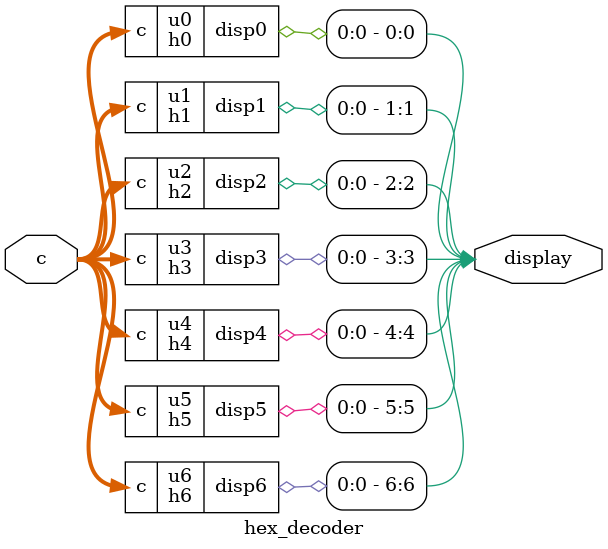
<source format=v>

module h0(c, disp0);
    input [3:0] c;
    output disp0;
    assign disp0 = ~c[3]&~c[2]&~c[1]&c[0] | ~c[3]&c[2]&~c[1]&~c[0] | c[3]&~c[2]&c[1]&c[0] | c[3]&c[2]&~c[1]&c[0];
endmodule 


module h1(c, disp1);
    input [3:0] c;
    output disp1;
    assign disp1 = ~c[3]&c[2]&~c[1]&c[0] | c[2]&c[1]&~c[0] | c[3]&c[1]&c[0] | c[3]&c[2]&~c[0];
endmodule 

module h2(c, disp2);
    input [3:0] c;
    output disp2;
    assign disp2 = ~c[3]&~c[2]&c[1]&~c[0] | c[3]&c[2]&~c[0] | c[3]&c[2]&c[1];
endmodule 


module h3(c, disp3);
    input [3:0] c;
    output disp3;
    assign disp3 = ~c[3]&~c[2]&~c[1]&c[0] | ~c[3]&c[2]&~c[1]&~c[0] | c[2]&c[1]&c[0] | c[3]&~c[2]&c[1]&~c[0];
endmodule 


module h4(c, disp4);
    input [3:0] c;
    output disp4;
     assign disp4 = ~c[3]&c[0] | ~c[2]&~c[1]&c[0] | ~c[3]&c[2]&~c[1];
endmodule


module h5(c, disp5);
    input [3:0] c;
    output disp5;
    assign disp5 = ~c[3]&~c[2]&c[0] | ~c[3]&~c[2]&c[1] | ~c[3]&c[1]&c[0] | c[3]&c[2]&~c[1]&c[0];
endmodule


module h6(c, disp6);
    input [3:0] c;
    output disp6;
    assign disp6 = ~c[3]&~c[2]&~c[1] | ~c[3]&c[2]&c[1]&c[0] | c[3]&c[2]&~c[1]&~c[0];
endmodule

module hex_decoder(c, display);
    input [3:0] c;
    output [6:0] display;
    
    h0 u0(.c(c), .disp0(display[0]));
    h1 u1(.c(c), .disp1(display[1]));
    h2 u2(.c(c), .disp2(display[2]));
    h3 u3(.c(c), .disp3(display[3]));
    h4 u4(.c(c), .disp4(display[4]));
    h5 u5(.c(c), .disp5(display[5]));
    h6 u6(.c(c), .disp6(display[6]));
endmodule

</source>
